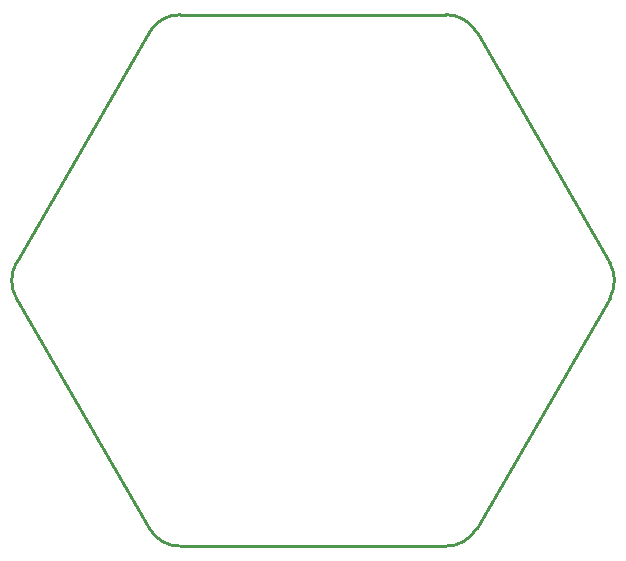
<source format=gbr>
%TF.GenerationSoftware,KiCad,Pcbnew,(6.0.5-0)*%
%TF.CreationDate,2022-06-08T15:30:45+08:00*%
%TF.ProjectId,dtl,64746c2e-6b69-4636-9164-5f7063625858,rev?*%
%TF.SameCoordinates,Original*%
%TF.FileFunction,Profile,NP*%
%FSLAX46Y46*%
G04 Gerber Fmt 4.6, Leading zero omitted, Abs format (unit mm)*
G04 Created by KiCad (PCBNEW (6.0.5-0)) date 2022-06-08 15:30:45*
%MOMM*%
%LPD*%
G01*
G04 APERTURE LIST*
%TA.AperFunction,Profile*%
%ADD10C,0.250000*%
%TD*%
G04 APERTURE END LIST*
D10*
X161483066Y-81309927D02*
X172741397Y-61809927D01*
X133770263Y-81309922D02*
G75*
G03*
X136368330Y-82809927I2598037J1499922D01*
G01*
X136368330Y-37809903D02*
G75*
G03*
X133770254Y-39309927I70J-3000097D01*
G01*
X122511900Y-58809914D02*
G75*
G03*
X122511923Y-61809927I2598100J-1499986D01*
G01*
X172741374Y-61809914D02*
G75*
G03*
X172741397Y-58809927I-2598074J1500014D01*
G01*
X133770254Y-39309927D02*
X122511923Y-58809927D01*
X136368330Y-82809927D02*
X158884990Y-82809927D01*
X172741397Y-58809927D02*
X161483066Y-39309927D01*
X161483062Y-39309929D02*
G75*
G03*
X158884990Y-37809927I-2598062J-1499971D01*
G01*
X122511923Y-61809927D02*
X133770254Y-81309927D01*
X158884990Y-82809905D02*
G75*
G03*
X161483066Y-81309927I10J3000005D01*
G01*
X158884990Y-37809927D02*
X136368330Y-37809927D01*
M02*

</source>
